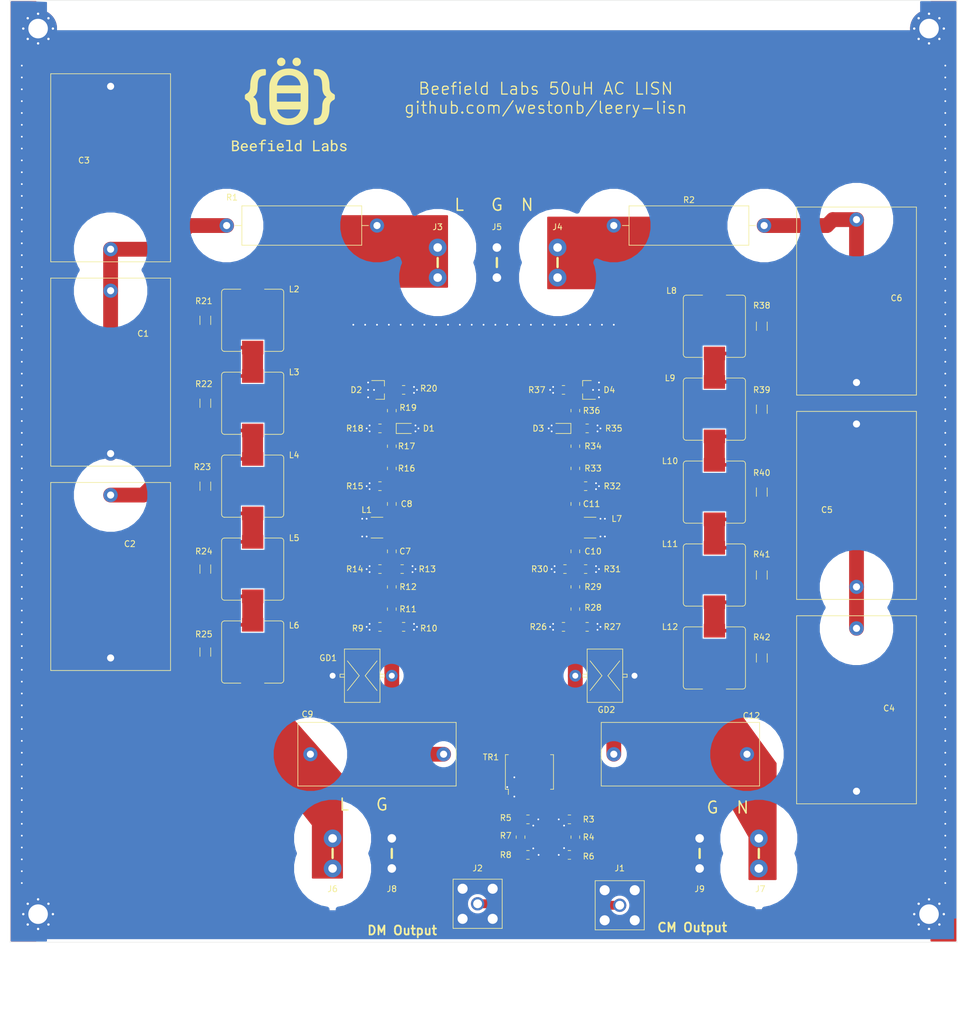
<source format=kicad_pcb>
(kicad_pcb (version 20240108) (generator "pcbnew") (generator_version "8.0")
  (layers (0 "F.Cu" signal) (31 "B.Cu" signal) (34 "B.Paste" user) (35 "F.Paste" user) (36 "B.SilkS" user "B.Silkscreen") (37 "F.SilkS" user "F.Silkscreen") (38 "B.Mask" user) (39 "F.Mask" user) (44 "Edge.Cuts" user))
  (net 0 "")
  (net 1 "GND")
  (net 2 "Net-(C1-Pad1)")
  (net 3 "Net-(C4-Pad1)")
  (net 4 "Net-(C7-Pad2)")
  (net 5 "Net-(C7-Pad1)")
  (net 6 "Net-(C8-Pad1)")
  (net 7 "/SIG1")
  (net 8 "/DUT_LINE")
  (net 9 "Net-(C10-Pad2)")
  (net 10 "Net-(C10-Pad1)")
  (net 11 "Net-(C11-Pad1)")
  (net 12 "/SIG2")
  (net 13 "/DUT_NUT")
  (net 14 "Net-(D1-Pad1)")
  (net 15 "/SIG1_LIM")
  (net 16 "Net-(D3-Pad1)")
  (net 17 "/SIG2_LIM")
  (net 18 "/CM_OUT")
  (net 19 "/DM_OUT")
  (net 20 "/LINE")
  (net 21 "/NEUTRAL")
  (net 22 "Net-(L2-Pad2)")
  (net 23 "Net-(L3-Pad2)")
  (net 24 "Net-(L4-Pad2)")
  (net 25 "Net-(L5-Pad2)")
  (net 26 "Net-(L8-Pad2)")
  (net 27 "Net-(L10-Pad1)")
  (net 28 "Net-(L10-Pad2)")
  (net 29 "Net-(L11-Pad2)")
  (net 30 "Net-(R3-Pad1)")
  (net 31 "Net-(R5-Pad1)")
  (net 32 "Net-(R11-Pad1)")
  (net 33 "Net-(R16-Pad2)")
  (net 34 "Net-(R28-Pad1)")
  (net 35 "Net-(R33-Pad2)")
  (footprint "Capacitor_THT:C_Rect_L31.5mm_W20.0mm_P27.50mm_MKS4" (layer "F.Cu") (at 117 90 -90)
    (property "Reference" "C1")
    (property "Value" "2.7u")
  )
  (footprint "Capacitor_THT:C_Rect_L31.5mm_W20.0mm_P27.50mm_MKS4" (layer "F.Cu") (at 117 124.5 -90)
    (property "Reference" "C2")
    (property "Value" "2.7u")
  )
  (footprint "Capacitor_THT:C_Rect_L31.5mm_W20.0mm_P27.50mm_MKS4" (layer "F.Cu") (at 117 83 90)
    (property "Reference" "C3")
    (property "Value" "2.7u")
  )
  (footprint "Capacitor_THT:C_Rect_L31.5mm_W20.0mm_P27.50mm_MKS4" (layer "F.Cu") (at 243 147 -90)
    (property "Reference" "C4")
    (property "Value" "2.7u")
  )
  (footprint "Capacitor_THT:C_Rect_L31.5mm_W20.0mm_P27.50mm_MKS4" (layer "F.Cu") (at 243 140 90)
    (property "Reference" "C5")
    (property "Value" "2.7u")
  )
  (footprint "Capacitor_THT:C_Rect_L31.5mm_W20.0mm_P27.50mm_MKS4" (layer "F.Cu") (at 243 78 -90)
    (property "Reference" "C6")
    (property "Value" "2.7u")
  )
  (footprint "Capacitor_SMD:C_0805_2012Metric" (layer "F.Cu") (at 164.5 134 -90)
    (property "Reference" "C7")
    (property "Value" "0.47u")
  )
  (footprint "Capacitor_SMD:C_0805_2012Metric" (layer "F.Cu") (at 164.5 126 -90)
    (property "Reference" "C8")
    (property "Value" "0.47u")
  )
  (footprint "Capacitor_THT:C_Rect_L26.5mm_W10.5mm_P22.50mm_MKS4" (layer "F.Cu") (at 150.75 168.25)
    (property "Reference" "C9")
    (property "Value" "0.1u")
  )
  (footprint "Capacitor_SMD:C_0805_2012Metric" (layer "F.Cu") (at 195.5 134 -90)
    (property "Reference" "C10")
    (property "Value" "0.47u")
  )
  (footprint "Capacitor_SMD:C_0805_2012Metric" (layer "F.Cu") (at 195.5 126 -90)
    (property "Reference" "C11")
    (property "Value" "0.47u")
  )
  (footprint "Capacitor_THT:C_Rect_L26.5mm_W10.5mm_P22.50mm_MKS4" (layer "F.Cu") (at 224.5 168.25 180)
    (property "Reference" "C12")
    (property "Value" "0.1u")
  )
  (footprint "Diode_SMD:D_SOD-323" (layer "F.Cu") (at 166.75 113.25)
    (property "Reference" "D1")
    (property "Value" "D_TVS")
  )
  (footprint "Package_TO_SOT_SMD:SOT-23" (layer "F.Cu") (at 162.5 106.75)
    (property "Reference" "D2")
    (property "Value" "BAV23S")
  )
  (footprint "Diode_SMD:D_SOD-323" (layer "F.Cu") (at 193.25 113.25 180)
    (property "Reference" "D3")
    (property "Value" "D_TVS")
  )
  (footprint "Package_TO_SOT_SMD:SOT-23" (layer "F.Cu") (at 197.5 106.75 180)
    (property "Reference" "D4")
    (property "Value" "BAV23S")
  )
  (footprint "wbraun_smd:62409-1" (layer "F.Cu") (at 172.25 85.25 90)
    (property "Reference" "J3")
    (property "Value" "62409-1")
  )
  (footprint "wbraun_smd:62409-1" (layer "F.Cu") (at 192.5 85.25 90)
    (property "Reference" "J4")
    (property "Value" "62409-1")
  )
  (footprint "wbraun_smd:62409-1" (layer "F.Cu") (at 182.25 85.25 90)
    (property "Reference" "J5")
    (property "Value" "62409-1")
  )
  (footprint "wbraun_smd:62409-1" (layer "F.Cu") (at 154.5 185 -90)
    (property "Reference" "J6")
    (property "Value" "62409-1")
  )
  (footprint "wbraun_smd:62409-1" (layer "F.Cu") (at 226.5 185 90)
    (property "Reference" "J7")
    (property "Value" "62409-1")
  )
  (footprint "wbraun_smd:L_BOURNS_PM1812" (layer "F.Cu") (at 162 130 180)
    (property "Reference" "L1")
    (property "Value" "1m")
  )
  (footprint "wbraun_smd:L_WURTH_WE-HCC-1090" (layer "F.Cu") (at 141 95 -90)
    (property "Reference" "L2")
    (property "Value" "10u")
  )
  (footprint "wbraun_smd:L_WURTH_WE-HCC-1090" (layer "F.Cu") (at 141 109 -90)
    (property "Reference" "L3")
    (property "Value" "10u")
  )
  (footprint "wbraun_smd:L_WURTH_WE-HCC-1090" (layer "F.Cu") (at 141 123 -90)
    (property "Reference" "L4")
    (property "Value" "10u")
  )
  (footprint "wbraun_smd:L_WURTH_WE-HCC-1090" (layer "F.Cu") (at 141 137 -90)
    (property "Reference" "L5")
    (property "Value" "10u")
  )
  (footprint "wbraun_smd:L_WURTH_WE-HCC-1090" (layer "F.Cu") (at 141 151 -90)
    (property "Reference" "L6")
    (property "Value" "10u")
  )
  (footprint "wbraun_smd:L_BOURNS_PM1812" (layer "F.Cu") (at 198 130)
    (property "Reference" "L7")
    (property "Value" "1m")
  )
  (footprint "Resistor_THT:R_Axial_Power_L20.0mm_W6.4mm_P25.40mm" (layer "F.Cu") (at 162 79 180)
    (property "Reference" "R1")
    (property "Value" "5")
  )
  (footprint "Resistor_THT:R_Axial_Power_L20.0mm_W6.4mm_P25.40mm" (layer "F.Cu") (at 202 79)
    (property "Reference" "R2")
    (property "Value" "5")
  )
  (footprint "Resistor_SMD:R_0805_2012Metric" (layer "F.Cu") (at 194.5 179.25 180)
    (property "Reference" "R3")
    (property "Value" "50")
  )
  (footprint "Resistor_SMD:R_0805_2012Metric" (layer "F.Cu") (at 195.5 182.25 -90)
    (property "Reference" "R4")
    (property "Value" "0")
  )
  (footprint "Resistor_SMD:R_0805_2012Metric" (layer "F.Cu") (at 187.5 179.25)
    (property "Reference" "R5")
    (property "Value" "DNP")
  )
  (footprint "Resistor_SMD:R_0805_2012Metric" (layer "F.Cu") (at 194.5 185.25 180)
    (property "Reference" "R6")
    (property "Value" "DNP")
  )
  (footprint "Resistor_SMD:R_0805_2012Metric" (layer "F.Cu") (at 186.25 182.25 -90)
    (property "Reference" "R7")
    (property "Value" "0")
  )
  (footprint "Resistor_SMD:R_0805_2012Metric" (layer "F.Cu") (at 187.5 185.25)
    (property "Reference" "R8")
    (property "Value" "DNP")
  )
  (footprint "Resistor_SMD:R_0805_2012Metric" (layer "F.Cu") (at 162.5 146.75 180)
    (property "Reference" "R9")
    (property "Value" "620")
  )
  (footprint "Resistor_SMD:R_0805_2012Metric" (layer "F.Cu") (at 166.5 146.75)
    (property "Reference" "R10")
    (property "Value" "560")
  )
  (footprint "Resistor_SMD:R_0805_2012Metric" (layer "F.Cu") (at 164.5 143.75 -90)
    (property "Reference" "R11")
    (property "Value" "10")
  )
  (footprint "Resistor_SMD:R_0805_2012Metric" (layer "F.Cu") (at 164.5 140 -90)
    (property "Reference" "R12")
    (property "Value" "7.5")
  )
  (footprint "Resistor_SMD:R_0805_2012Metric" (layer "F.Cu") (at 166.25 137)
    (property "Reference" "R13")
    (property "Value" "430")
  )
  (footprint "Resistor_SMD:R_0805_2012Metric" (layer "F.Cu") (at 162.5 137 180)
    (property "Reference" "R14")
    (property "Value" "430")
  )
  (footprint "Resistor_SMD:R_0805_2012Metric" (layer "F.Cu") (at 162.5 123 180)
    (property "Reference" "R15")
    (property "Value" "220")
  )
  (footprint "Resistor_SMD:R_0805_2012Metric" (layer "F.Cu") (at 164.5 120 90)
    (property "Reference" "R16")
    (property "Value" "15")
  )
  (footprint "Resistor_SMD:R_0805_2012Metric" (layer "F.Cu") (at 164.5 116.25 90)
    (property "Reference" "R17")
    (property "Value" "15")
  )
  (footprint "Resistor_SMD:R_0805_2012Metric" (layer "F.Cu") (at 162.5 113.25 180)
    (property "Reference" "R18")
    (property "Value" "127")
  )
  (footprint "Resistor_SMD:R_0805_2012Metric" (layer "F.Cu") (at 164.5 110.25 -90)
    (property "Reference" "R19")
    (property "Value" "12")
  )
  (footprint "Resistor_SMD:R_0805_2012Metric" (layer "F.Cu") (at 166.5 106.75)
    (property "Reference" "R20")
    (property "Value" "430")
  )
  (footprint "Resistor_SMD:R_1206_3216Metric" (layer "F.Cu") (at 133 95 90)
    (property "Reference" "R21")
    (property "Value" "DNP")
  )
  (footprint "Resistor_SMD:R_1206_3216Metric" (layer "F.Cu") (at 133 109 90)
    (property "Reference" "R22")
    (property "Value" "DNP")
  )
  (footprint "Resistor_SMD:R_1206_3216Metric" (layer "F.Cu") (at 133 123 90)
    (property "Reference" "R23")
    (property "Value" "DNP")
  )
  (footprint "Resistor_SMD:R_1206_3216Metric" (layer "F.Cu") (at 133 137 90)
    (property "Reference" "R24")
    (property "Value" "DNP")
  )
  (footprint "Resistor_SMD:R_1206_3216Metric" (layer "F.Cu") (at 133 151 90)
    (property "Reference" "R25")
    (property "Value" "DNP")
  )
  (footprint "Resistor_SMD:R_0805_2012Metric" (layer "F.Cu") (at 193.5 146.75 180)
    (property "Reference" "R26")
    (property "Value" "620")
  )
  (footprint "Resistor_SMD:R_0805_2012Metric" (layer "F.Cu") (at 197.5 146.75)
    (property "Reference" "R27")
    (property "Value" "560")
  )
  (footprint "Resistor_SMD:R_0805_2012Metric" (layer "F.Cu") (at 195.5 143.75 -90)
    (property "Reference" "R28")
    (property "Value" "10")
  )
  (footprint "Resistor_SMD:R_0805_2012Metric" (layer "F.Cu") (at 195.5 140 -90)
    (property "Reference" "R29")
    (property "Value" "7.5")
  )
  (footprint "Resistor_SMD:R_0805_2012Metric" (layer "F.Cu") (at 193.75 137 180)
    (property "Reference" "R30")
    (property "Value" "430")
  )
  (footprint "Resistor_SMD:R_0805_2012Metric" (layer "F.Cu") (at 197.25 137)
    (property "Reference" "R31")
    (property "Value" "430")
  )
  (footprint "Resistor_SMD:R_0805_2012Metric" (layer "F.Cu") (at 197.25 123)
    (property "Reference" "R32")
    (property "Value" "220")
  )
  (footprint "Resistor_SMD:R_0805_2012Metric" (layer "F.Cu") (at 195.5 120 90)
    (property "Reference" "R33")
    (property "Value" "15")
  )
  (footprint "Resistor_SMD:R_0805_2012Metric" (layer "F.Cu") (at 195.5 116.25 90)
    (property "Reference" "R34")
    (property "Value" "15")
  )
  (footprint "Resistor_SMD:R_0805_2012Metric" (layer "F.Cu") (at 197.5 113.25)
    (property "Reference" "R35")
    (property "Value" "127")
  )
  (footprint "Resistor_SMD:R_0805_2012Metric" (layer "F.Cu") (at 195.5 110.25 -90)
    (property "Reference" "R36")
    (property "Value" "12")
  )
  (footprint "Resistor_SMD:R_0805_2012Metric" (layer "F.Cu") (at 193.5 106.75 180)
    (property "Reference" "R37")
    (property "Value" "430")
  )
  (footprint "RF_Mini-Circuits:Mini-Circuits_CD637_H5.23mm" (layer "F.Cu") (at 187.75 171.25 90)
    (property "Reference" "TR1")
    (property "Value" "ADT2-71T+")
  )
  (footprint "wbraun_smd:GDT_Bourns_2045" (layer "F.Cu") (at 159.5 155 180)
    (property "Reference" "GD1")
    (property "Value" "2045-09-BLF")
  )
  (footprint "wbraun_smd:L_WURTH_WE-HCC-1090" (layer "F.Cu") (at 219 138 -90)
    (property "Reference" "L11")
    (property "Value" "10u")
  )
  (footprint "wbraun_smd:L_WURTH_WE-HCC-1090" (layer "F.Cu") (at 219 110 -90)
    (property "Reference" "L9")
    (property "Value" "10u")
  )
  (footprint "wbraun_smd:L_WURTH_WE-HCC-1090" (layer "F.Cu") (at 219 152 -90)
    (property "Reference" "L12")
    (property "Value" "10u")
  )
  (footprint "wbraun_smd:L_WURTH_WE-HCC-1090" (layer "F.Cu") (at 219 124 -90)
    (property "Reference" "L10")
    (property "Value" "10u")
  )
  (footprint "wbraun_smd:L_WURTH_WE-HCC-1090" (layer "F.Cu") (at 219 96 -90)
    (property "Reference" "L8")
    (property "Value" "10u")
  )
  (footprint "Resistor_SMD:R_1206_3216Metric" (layer "F.Cu") (at 227 152 90)
    (property "Reference" "R42")
    (property "Value" "DNP")
  )
  (footprint "Resistor_SMD:R_1206_3216Metric" (layer "F.Cu") (at 227 96 90)
    (property "Reference" "R38")
    (property "Value" "DNP")
  )
  (footprint "Resistor_SMD:R_1206_3216Metric" (layer "F.Cu") (at 227 124 90)
    (property "Reference" "R40")
    (property "Value" "DNP")
  )
  (footprint "Resistor_SMD:R_1206_3216Metric" (layer "F.Cu") (at 227 110 90)
    (property "Reference" "R39")
    (property "Value" "DNP")
  )
  (footprint "Resistor_SMD:R_1206_3216Metric" (layer "F.Cu") (at 227 138 90)
    (property "Reference" "R41")
    (property "Value" "DNP")
  )
  (footprint "wbraun_smd:GDT_Bourns_2045" (layer "F.Cu") (at 200.5 155)
    (property "Reference" "GD2")
    (property "Value" "2045-09-BLF")
  )
  (footprint "Connector_Coaxial:SMA_Amphenol_132203-12_Horizontal" (layer "F.Cu") (at 203 193.75 180)
    (property "Reference" "J1")
    (property "Value" "Conn_Coaxial")
  )
  (footprint "Connector_Coaxial:SMA_Amphenol_132203-12_Horizontal" (layer "F.Cu") (at 179 193.5 180)
    (property "Reference" "J2")
    (property "Value" "Conn_Coaxial")
  )
  (footprint "wbraun_smd:62409-1" (layer "F.Cu") (at 164.5 185 90)
    (property "Reference" "J8")
    (property "Value" "62409-1")
  )
  (footprint "wbraun_smd:62409-1" (layer "F.Cu") (at 216.5 185 90)
    (property "Reference" "J9")
    (property "Value" "62409-1")
  )
  (footprint "wbraun_smd:M3-tight-fit-socket-head" (layer "F.Cu") (at 255.25 195.25)
    (property "Reference" "H1" (hide yes))
    (property "Value" "MountingHole_Pad")
  )
  (footprint "wbraun_smd:M3-tight-fit-socket-head" (layer "F.Cu") (at 104.75 45.75)
    (property "Reference" "H2" (hide yes))
    (property "Value" "MountingHole_Pad")
  )
  (footprint "wbraun_smd:M3-tight-fit-socket-head" (layer "F.Cu") (at 104.75 195.25)
    (property "Reference" "H3" (hide yes))
    (property "Value" "MountingHole_Pad")
  )
  (footprint "wbraun_smd:M3-tight-fit-socket-head" (layer "F.Cu") (at 255.25 45.75)
    (property "Reference" "H4" (hide yes))
    (property "Value" "MountingHole_Pad")
  )
  (footprint "Symbol:Symbol_Highvoltage_Type2_CopperTop_Small" (layer "F.Cu") (at 122.25 182.75)
    (property "Reference" "REF**" (hide yes))
    (property "Value" "Symbol_Highvoltage_Type2_CopperTop_Small")
  )
  (footprint "wbraun_smd:Beefield_logo" (layer "F.Cu") (at 147.25 58.5)
    (property "Reference" "G***" (hide yes))
    (property "Value" "LOGO" (hide yes))
  )
  (gr_line (start 260 41) (end 260 200) (stroke (width 0.05)) (layer "Edge.Cuts"))
  (gr_line (start 100 41) (end 260 41) (stroke (width 0.05)) (layer "Edge.Cuts"))
  (gr_line (start 100 200) (end 100 41) (stroke (width 0.05)) (layer "Edge.Cuts"))
  (gr_line (start 100 200) (end 260 200) (stroke (width 0.05)) (layer "Edge.Cuts"))
  (gr_text "DM Output" (at 166.25 198 0) (layer "F.SilkS") (effects (font (size 1.5 1.5) (thickness 0.3))))
  (gr_text "G  N" (at 221.25 177.25 0) (layer "F.SilkS") (effects (font (size 2 2) (thickness 0.25))))
  (gr_text "L   G " (at 160.5 176.75 0) (layer "F.SilkS") (effects (font (size 2 2) (thickness 0.25))))
  (gr_text "CM Output" (at 215.25 197.5 0) (layer "F.SilkS") (effects (font (size 1.5 1.5) (thickness 0.3))))
  (gr_text "Beefield Labs 50uH AC LISN\ngithub.com/westonb/leery-lisn" (at 190.5 57.5 0) (layer "F.SilkS") (effects (font (size 2 2) (thickness 0.2))))
  (gr_text "L   G  N" (at 181.75 75.5 0) (layer "F.SilkS") (effects (font (size 2 2) (thickness 0.25))))
  (segment (start 185.21 173.79) (end 185.21 175.39) (width 0.6) (layer "F.Cu") (net 1))
  (segment (start 193.5875 185.25) (end 192.7 185.25) (width 0.6) (layer "F.Cu") (net 1))
  (segment (start 193.5875 184.1125) (end 193.6 184.1) (width 0.6) (layer "F.Cu") (net 1))
  (segment (start 184.01 173.79) (end 184 173.8) (width 0.6) (layer "F.Cu") (net 1))
  (segment (start 185.21 172.16) (end 185.2 172.15) (width 0.6) (layer "F.Cu") (net 1))
  (segment (start 193.5875 179.25) (end 192.7 179.25) (width 0.6) (layer "F.Cu") (net 1))
  (segment (start 193.5875 185.25) (end 193.5875 184.1125) (width 0.6) (layer "F.Cu") (net 1))
  (segment (start 188.4125 185.25) (end 188.4125 184.1625) (width 0.6) (layer "F.Cu") (net 1))
  (segment (start 193.5875 179.25) (end 193.5875 180.2875) (width 0.6) (layer "F.Cu") (net 1))
  (segment (start 185.21 173.79) (end 185.21 172.16) (width 0.6) (layer "F.Cu") (net 1))
  (segment (start 188.4125 179.25) (end 189.25 179.25) (width 0.6) (layer "F.Cu") (net 1))
  (segment (start 185.21 173.79) (end 184.01 173.79) (width 0.6) (layer "F.Cu") (net 1))
  (segment (start 185.21 175.39) (end 185.2 175.4) (width 0.6) (layer "F.Cu") (net 1))
  (segment (start 188.4125 180.2875) (end 188.4 180.3) (width 0.6) (layer "F.Cu") (net 1))
  (segment (start 193.5875 180.2875) (end 193.6 180.3) (width 0.6) (layer "F.Cu") (net 1))
  (segment (start 188.4125 185.25) (end 189.3 185.25) (width 0.6) (layer "F.Cu") (net 1))
  (segment (start 188.4125 179.25) (end 188.4125 180.2875) (width 0.6) (layer "F.Cu") (net 1))
  (segment (start 188.4125 184.1625) (end 188.4 184.15) (width 0.6) (layer "F.Cu") (net 1))
  (via (at 102 188) (size 0.6) (drill 0.3) (layers "F.Cu" "B.Cu") (net 1))
  (via (at 102 186) (size 0.6) (drill 0.3) (layers "F.Cu" "B.Cu") (net 1))
  (via (at 102 184) (size 0.6) (drill 0.3) (layers "F.Cu" "B.Cu") (net 1))
  (via (at 102 182) (size 0.6) (drill 0.3) (layers "F.Cu" "B.Cu") (net 1))
  (via (at 102 180) (size 0.6) (drill 0.3) (layers "F.Cu" "B.Cu") (net 1))
  (via (at 102 178) (size 0.6) (drill 0.3) (layers "F.Cu" "B.Cu") (net 1))
  (via (at 102 176) (size 0.6) (drill 0.3) (layers "F.Cu" "B.Cu") (net 1))
  (via (at 102 174) (size 0.6) (drill 0.3) (layers "F.Cu" "B.Cu") (net 1))
  (via (at 102 172) (size 0.6) (drill 0.3) (layers "F.Cu" "B.Cu") (net 1))
  (via (at 102 170) (size 0.6) (drill 0.3) (layers "F.Cu" "B.Cu") (net 1))
  (via (at 102 168) (size 0.6) (drill 0.3) (layers "F.Cu" "B.Cu") (net 1))
  (via (at 102 166) (size 0.6) (drill 0.3) (layers "F.Cu" "B.Cu") (net 1))
  (via (at 102 164) (size 0.6) (drill 0.3) (layers "F.Cu" "B.Cu") (net 1))
  (via (at 102 162) (size 0.6) (drill 0.3) (layers "F.Cu" "B.Cu") (net 1))
  (via (at 102 160) (size 0.6) (drill 0.3) (layers "F.Cu" "B.Cu") (net 1))
  (via (at 102 158) (size 0.6) (drill 0.3) (layers "F.Cu" "B.Cu") (net 1))
  (via (at 102 156) (size 0.6) (drill 0.3) (layers "F.Cu" "B.Cu") (net 1))
  (via (at 102 154) (size 0.6) (drill 0.3) (layers "F.Cu" "B.Cu") (net 1))
  (via (at 102 152) (size 0.6) (drill 0.3) (layers "F.Cu" "B.Cu") (net 1))
  (via (at 102 150) (size 0.6) (drill 0.3) (layers "F.Cu" "B.Cu") (net 1))
  (via (at 102 148) (size 0.6) (drill 0.3) (layers "F.Cu" "B.Cu") (net 1))
  (via (at 102 146) (size 0.6) (drill 0.3) (layers "F.Cu" "B.Cu") (net 1))
  (via (at 102 144) (size 0.6) (drill 0.3) (layers "F.Cu" "B.Cu") (net 1))
  (via (at 102 142) (size 0.6) (drill 0.3) (layers "F.Cu" "B.Cu") (net 1))
  (via (at 102 140) (size 0.6) (drill 0.3) (layers "F.Cu" "B.Cu") (net 1))
  (via (at 102 138) (size 0.6) (drill 0.3) (layers "F.Cu" "B.Cu") (net 1))
  (via (at 102 136) (size 0.6) (drill 0.3) (layers "F.Cu" "B.Cu") (net 1))
  (via (at 102 134) (size 0.6) (drill 0.3) (layers "F.Cu" "B.Cu") (net 1))
  (via (at 102 132) (size 0.6) (drill 0.3) (layers "F.Cu" "B.Cu") (net 1))
  (via (at 102 130) (size 0.6) (drill 0.3) (layers "F.Cu" "B.Cu") (net 1))
  (via (at 102 128) (size 0.6) (drill 0.3) (layers "F.Cu" "B.Cu") (net 1))
  (via (at 102 126) (size 0.6) (drill 0.3) (layers "F.Cu" "B.Cu") (net 1))
  (via (at 102 124) (size 0.6) (drill 0.3) (layers "F.Cu" "B.Cu") (net 1))
  (via (at 102 122) (size 0.6) (drill 0.3) (layers "F.Cu" "B.Cu") (net 1))
  (via (at 102 120) (size 0.6) (drill 0.3) (layers "F.Cu" "B.Cu") (net 1))
  (via (at 102 118) (size 0.6) (drill 0.3) (layers "F.Cu" "B.Cu") (net 1))
  (via (at 102 116) (size 0.6) (drill 0.3) (layers "F.Cu" "B.Cu") (net 1))
  (via (at 102 114) (size 0.6) (drill 0.3) (layers "F.Cu" "B.Cu") (net 1))
  (via (at 102 112) (size 0.6) (drill 0.3) (layers "F.Cu" "B.Cu") (net 1))
  (via (at 102 110) (size 0.6) (drill 0.3) (layers "F.Cu" "B.Cu") (net 1))
  (via (at 102 108) (size 0.6) (drill 0.3) (layers "F.Cu" "B.Cu") (net 1))
  (via (at 102 106) (size 0.6) (drill 0.3) (layers "F.Cu" "B.Cu") (net 1))
  (via (at 102 104) (size 0.6) (drill 0.3) (layers "F.Cu" "B.Cu") (net 1))
  (via (at 102 102) (size 0.6) (drill 0.3) (layers "F.Cu" "B.Cu") (net 1))
  (via (at 102 100) (size 0.6) (drill 0.3) (layers "F.Cu" "B.Cu") (net 1))
  (via (at 102 98) (size 0.6) (drill 0.3) (layers "F.Cu" "B.Cu") (net 1))
  (via (at 102 96) (size 0.6) (drill 0.3) (layers "F.Cu" "B.Cu") (net 1))
  (via (at 102 94) (size 0.6) (drill 0.3) (layers "F.Cu" "B.Cu") (net 1))
  (via (at 102 92) (size 0.6) (drill 0.3) (layers "F.Cu" "B.Cu") (net 1))
  (via (at 102 90) (size 0.6) (drill 0.3) (layers "F.Cu" "B.Cu") (net 1))
  (via (at 102 88) (size 0.6) (drill 0.3) (layers "F.Cu" "B.Cu") (net 1))
  (via (at 102 86) (size 0.6) (drill 0.3) (layers "F.Cu" "B.Cu") (net 1))
  (via (at 102 84) (size 0.6) (drill 0.3) (layers "F.Cu" "B.Cu") (net 1))
  (via (at 102 82) (size 0.6) (drill 0.3) (layers "F.Cu" "B.Cu") (net 1))
  (via (at 102 80) (size 0.6) (drill 0.3) (layers "F.Cu" "B.Cu") (net 1))
  (via (at 102 78) (size 0.6) (drill 0.3) (layers "F.Cu" "B.Cu") (net 1))
  (via (at 102 76) (size 0.6) (drill 0.3) (layers "F.Cu" "B.Cu") (net 1))
  (via (at 102 74) (size 0.6) (drill 0.3) (layers "F.Cu" "B.Cu") (net 1))
  (via (at 102 72) (size 0.6) (drill 0.3) (layers "F.Cu" "B.Cu") (net 1))
  (via (at 102 70) (size 0.6) (drill 0.3) (layers "F.Cu" "B.Cu") (net 1))
  (via (at 102 68) (size 0.6) (drill 0.3) (layers "F.Cu" "B.Cu") (net 1))
  (via (at 102 66) (size 0.6) (drill 0.3) (layers "F.Cu" "B.Cu") (net 1))
  (via (at 102 64) (size 0.6) (drill 0.3) (layers "F.Cu" "B.Cu") (net 1))
  (via (at 102 62) (size 0.6) (drill 0.3) (layers "F.Cu" "B.Cu") (net 1))
  (via (at 102 60) (size 0.6) (drill 0.3) (layers "F.Cu" "B.Cu") (net 1))
  (via (at 102 58) (size 0.6) (drill 0.3) (layers "F.Cu" "B.Cu") (net 1))
  (via (at 102 56) (size 0.6) (drill 0.3) (layers "F.Cu" "B.Cu") (net 1))
  (via (at 102 54) (size 0.6) (drill 0.3) (layers "F.Cu" "B.Cu") (net 1))
  (via (at 102 52) (size 0.6) (drill 0.3) (layers "F.Cu" "B.Cu") (net 1))
  (via (at 258 188) (size 0.6) (drill 0.3) (layers "F.Cu" "B.Cu") (net 1))
  (via (at 258 186) (size 0.6) (drill 0.3) (layers "F.Cu" "B.Cu") (net 1))
  (via (at 258 184) (size 0.6) (drill 0.3) (layers "F.Cu" "B.Cu") (net 1))
  (via (at 258 182) (size 0.6) (drill 0.3) (layers "F.Cu" "B.Cu") (net 1))
  (via (at 258 180) (size 0.6) (drill 0.3) (layers "F.Cu" "B.Cu") (net 1))
  (via (at 258 178) (size 0.6) (drill 0.3) (layers "F.Cu" "B.Cu") (net 1))
  (via (at 258 176) (size 0.6) (drill 0.3) (layers "F.Cu" "B.Cu") (net 1))
  (via (at 258 174) (size 0.6) (drill 0.3) (layers "F.Cu" "B.Cu") (net 1))
  (via (at 258 172) (size 0.6) (drill 0.3) (layers "F.Cu" "B.Cu") (net 1))
  (via (at 258 170) (size 0.6) (drill 0.3) (layers "F.Cu" "B.Cu") (net 1))
  (via (at 258 168) (size 0.6) (drill 0.3) (layers "F.Cu" "B.Cu") (net 1))
  (via (at 258 166) (size 0.6) (drill 0.3) (layers "F.Cu" "B.Cu") (net 1))
  (via (at 258 164) (size 0.6) (drill 0.3) (layers "F.Cu" "B.Cu") (net 1))
  (via (at 258 162) (size 0.6) (drill 0.3) (layers "F.Cu" "B.Cu") (net 1))
  (via (at 258 160) (size 0.6) (drill 0.3) (layers "F.Cu" "B.Cu") (net 1))
  (via (at 258 158) (size 0.6) (drill 0.3) (layers "F.Cu" "B.Cu") (net 1))
  (via (at 258 156) (size 0.6) (drill 0.3) (layers "F.Cu" "B.Cu") (net 1))
  (via (at 258 154) (size 0.6) (drill 0.3) (layers "F.Cu" "B.Cu") (net 1))
  (via (at 258 152) (size 0.6) (drill 0.3) (layers "F.Cu" "B.Cu") (net 1))
  (via (at 258 150) (size 0.6) (drill 0.3) (layers "F.Cu" "B.Cu") (net 1))
  (via (at 258 148) (size 0.6) (drill 0.3) (layers "F.Cu" "B.Cu") (net 1))
  (via (at 258 146) (size 0.6) (drill 0.3) (layers "F.Cu" "B.Cu") (net 1))
  (via (at 258 144) (size 0.6) (drill 0.3) (layers "F.Cu" "B.Cu") (net 1))
  (via (at 258 142) (size 0.6) (drill 0.3) (layers "F.Cu" "B.Cu") (net 1))
  (via (at 258 140) (size 0.6) (drill 0.3) (layers "F.Cu" "B.Cu") (net 1))
  (via (at 258 138) (size 0.6) (drill 0.3) (layers "F.Cu" "B.Cu") (net 1))
  (via (at 258 136) (size 0.6) (drill 0.3) (layers "F.Cu" "B.Cu") (net 1))
  (via (at 258 134) (size 0.6) (drill 0.3) (layers "F.Cu" "B.Cu") (net 1))
  (via (at 258 132) (size 0.6) (drill 0.3) (layers "F.Cu" "B.Cu") (net 1))
  (via (at 258 130) (size 0.6) (drill 0.3) (layers "F.Cu" "B.Cu") (net 1))
  (via (at 258 128) (size 0.6) (drill 0.3) (layers "F.Cu" "B.Cu") (net 1))
  (via (at 258 126) (size 0.6) (drill 0.3) (layers "F.Cu" "B.Cu") (net 1))
  (via (at 258 124) (size 0.6) (drill 0.3) (layers "F.Cu" "B.Cu") (net 1))
  (via (at 258 122) (size 0.6) (drill 0.3) (layers "F.Cu" "B.Cu") (net 1))
  (via (at 258 120) (size 0.6) (drill 0.3) (layers "F.Cu" "B.Cu") (net 1))
  (via (at 258 118) (size 0.6) (drill 0.3) (layers "F.Cu" "B.Cu") (net 1))
  (via (at 258 116) (size 0.6) (drill 0.3) (layers "F.Cu" "B.Cu") (net 1))
  (via (at 258 114) (size 0.6) (drill 0.3) (layers "F.Cu" "B.Cu") (net 1))
  (via (at 258 112) (size 0.6) (drill 0.3) (layers "F.Cu" "B.Cu") (net 1))
  (via (at 258 110) (size 0.6) (drill 0.3) (layers "F.Cu" "B.Cu") (net 1))
  (via (at 258 108) (size 0.6) (drill 0.3) (layers "F.Cu" "B.Cu") (net 1))
  (via (at 258 106) (size 0.6) (drill 0.3) (layers "F.Cu" "B.Cu") (net 1))
  (via (at 258 104) (size 0.6) (drill 0.3) (layers "F.Cu" "B.Cu") (net 1))
  (via (at 258 102) (size 0.6) (drill 0.3) (layers "F.Cu" "B.Cu") (net 1))
  (via (at 258 100) (size 0.6) (drill 0.3) (layers "F.Cu" "B.Cu") (net 1))
  (via (at 258 98) (size 0.6) (drill 0.3) (layers "F.Cu" "B.Cu") (net 1))
  (via (at 258 96) (size 0.6) (drill 0.3) (layers "F.Cu" "B.Cu") (net 1))
  (via (at 258 94) (size 0.6) (drill 0.3) (layers "F.Cu" "B.Cu") (net 1))
  (via (at 258 92) (size 0.6) (drill 0.3) (layers "F.Cu" "B.Cu") (net 1))
  (via (at 258 90) (size 0.6) (drill 0.3) (layers "F.Cu" "B.Cu") (net 1))
  (via (at 258 88) (size 0.6) (drill 0.3) (layers "F.Cu" "B.Cu") (net 1))
  (via (at 258 86) (size 0.6) (drill 0.3) (layers "F.Cu" "B.Cu") (net 1))
  (via (at 258 84) (size 0.6) (drill 0.3) (layers "F.Cu" "B.Cu") (net 1))
  (via (at 258 82) (size 0.6) (drill 0.3) (layers "F.Cu" "B.Cu") (net 1))
  (via (at 258 80) (size 0.6) (drill 0.3) (layers "F.Cu" "B.Cu") (net 1))
  (via (at 258 78) (size 0.6) (drill 0.3) (layers "F.Cu" "B.Cu") (net 1))
  (via (at 258 76) (size 0.6) (drill 0.3) (layers "F.Cu" "B.Cu") (net 1))
  (via (at 258 74) (size 0.6) (drill 0.3) (layers "F.Cu" "B.Cu") (net 1))
  (via (at 258 72) (size 0.6) (drill 0.3) (layers "F.Cu" "B.Cu") (net 1))
  (via (at 258 70) (size 0.6) (drill 0.3) (layers "F.Cu" "B.Cu") (net 1))
  (via (at 258 68) (size 0.6) (drill 0.3) (layers "F.Cu" "B.Cu") (net 1))
  (via (at 258 66) (size 0.6) (drill 0.3) (layers "F.Cu" "B.Cu") (net 1))
  (via (at 258 64) (size 0.6) (drill 0.3) (layers "F.Cu" "B.Cu") (net 1))
  (via (at 258 62) (size 0.6) (drill 0.3) (layers "F.Cu" "B.Cu") (net 1))
  (via (at 258 60) (size 0.6) (drill 0.3) (layers "F.Cu" "B.Cu") (net 1))
  (via (at 258 58) (size 0.6) (drill 0.3) (layers "F.Cu" "B.Cu") (net 1))
  (via (at 258 56) (size 0.6) (drill 0.3) (layers "F.Cu" "B.Cu") (net 1))
  (via (at 258 54) (size 0.6) (drill 0.3) (layers "F.Cu" "B.Cu") (net 1))
  (via (at 258 52) (size 0.6) (drill 0.3) (layers "F.Cu" "B.Cu") (net 1))
  (via (at 160 95.75) (size 0.6) (drill 0.3) (layers "F.Cu" "B.Cu") (net 1))
  (via (at 162 95.75) (size 0.6) (drill 0.3) (layers "F.Cu" "B.Cu") (net 1))
  (via (at 164 95.75) (size 0.6) (drill 0.3) (layers "F.Cu" "B.Cu") (net 1))
  (via (at 166 95.75) (size 0.6) (drill 0.3) (layers "F.Cu" "B.Cu") (net 1))
  (via (at 168 95.75) (size 0.6) (drill 0.3) (layers "F.Cu" "B.Cu") (net 1))
  (via (at 170 95.75) (size 0.6) (drill 0.3) (layers "F.Cu" "B.Cu") (net 1))
  (via (at 172 95.75) (size 0.6) (drill 0.3) (layers "F.Cu" "B.Cu") (net 1))
  (via (at 174 95.75) (size 0.6) (drill 0.3) (layers "F.Cu" "B.Cu") (net 1))
  (via (at 176 95.75) (size 0.6) (drill 0.3) (layers "F.Cu" "B.Cu") (net 1))
  (via (at 178 95.75) (size 0.6) (drill 0.3) (layers "F.Cu" "B.Cu") (net 1))
  (via (at 180 95.75) (size 0.6) (drill 0.3) (layers "F.Cu" "B.Cu") (net 1))
  (via (at 182 95.75) (size 0.6) (drill 0.3) (layers "F.Cu" "B.Cu") (net 1))
  (via (at 184 95.75) (size 0.6) (drill 0.3) (layers "F.Cu" "B.Cu") (net 1))
  (via (at 186 95.75) (size 0.6) (drill 0.3) (layers "F.Cu" "B.Cu") (net 1))
  (via (at 188 95.75) (size 0.6) (drill 0.3) (layers "F.Cu" "B.Cu") (net 1))
  (via (at 190 95.75) (size 0.6) (drill 0.3) (layers "F.Cu" "B.Cu") (net 1))
  (via (at 192 95.75) (size 0.6) (drill 0.3) (layers "F.Cu" "B.Cu") (net 1))
  (via (at 194 95.75) (size 0.6) (drill 0.3) (layers "F.Cu" "B.Cu") (net 1))
  (via (at 196 95.75) (size 0.6) (drill 0.3) (layers "F.Cu" "B.Cu") (net 1))
  (via (at 198 95.75) (size 0.6) (drill 0.3) (layers "F.Cu" "B.Cu") (net 1))
  (via (at 200 95.75) (size 0.6) (drill 0.3) (layers "F.Cu" "B.Cu") (net 1))
  (via (at 168.25 107.25) (size 0.6) (drill 0.3) (layers "F.Cu" "B.Cu") (net 1))
  (via (at 193.6 180.3) (size 0.6) (drill 0.3) (layers "F.Cu" "B.Cu") (net 1))
  (via (at 200.5 131.5) (size 0.6) (drill 0.3) (layers "F.Cu" "B.Cu") (net 1))
  (via (at 199.5 108) (size 0.6) (drill 0.3) (layers "F.Cu" "B.Cu") (net 1))
  (via (at 199.5 105.5) (size 0.6) (drill 0.3) (layers "F.Cu" "B.Cu") (net 1))
  (via (at 199.5 123) (size 0.6) (drill 0.3) (layers "F.Cu" "B.Cu") (net 1))
  (via (at 161.5 106.75) (size 0.6) (drill 0.3) (layers "F.Cu" "B.Cu") (net 1))
  (via (at 159.5 128.5) (size 0.6) (drill 0.3) (layers "F.Cu" "B.Cu") (net 1))
  (via (at 168.25 106.25) (size 0.6) (drill 0.3) (layers "F.Cu" "B.Cu") (net 1))
  (via (at 192 136.5) (size 0.6) (drill 0.3) (layers "F.Cu" "B.Cu") (net 1))
  (via (at 160.25 123) (size 0.6) (drill 0.3) (layers "F.Cu" "B.Cu") (net 1))
  (via (at 160.75 112.75) (size 0.6) (drill 0.3) (layers "F.Cu" "B.Cu") (net 1))
  (via (at 192.7 185.25) (size 0.6) (drill 0.3) (layers "F.Cu" "B.Cu") (net 1))
  (via (at 191.25 106.75) (size 0.6) (drill 0.3) (layers "F.Cu" "B.Cu") (net 1))
  (via (at 191.5 113.75) (size 0.6) (drill 0.3) (layers "F.Cu" "B.Cu") (net 1))
  (via (at 199.5 106.75) (size 0.6) (drill 0.3) (layers "F.Cu" "B.Cu") (net 1))
  (via (at 158 95.75) (size 0.6) (drill 0.3) (layers "F.Cu" "B.Cu") (net 1))
  (via (at 199 122.5) (size 0.6) (drill 0.3) (layers "F.Cu" "B.Cu") (net 1))
  (via (at 160.75 137.5) (size 0.6) (drill 0.3) (layers "F.Cu" "B.Cu") (net 1))
  (via (at 160.75 122.5) (size 0.6) (drill 0.3) (layers "F.Cu" "B.Cu") (net 1))
  (via (at 188.4 184.15) (size 0.6) (drill 0.3) (layers "F.Cu" "B.Cu") (net 1))
  (via (at 160.75 123.5) (size 0.6) (drill 0.3) (layers "F.Cu" "B.Cu") (net 1))
  (via (at 191.75 147.25) (size 0.6) (drill 0.3) (layers "F.Cu" "B.Cu") (net 1))
  (via (at 193.6 184.1) (size 0.6) (drill 0.3) (layers "F.Cu" "B.Cu") (net 1))
  (via (at 191.75 107.25) (size 0.6) (drill 0.3) (layers "F.Cu" "B.Cu") (net 1))
  (via (at 168.5 113.75) (size 0.6) (drill 0.3) (layers "F.Cu" "B.Cu") (net 1))
  (via (at 160.25 146.75) (size 0.6) (drill 0.3) (layers "F.Cu" "B.Cu") (net 1))
  (via (at 199.25 146.25) (size 0.6) (drill 0.3) (layers "F.Cu" "B.Cu") (net 1))
  (via (at 199 136.5) (size 0.6) (drill 0.3) (layers "F.Cu" "B.Cu") (net 1))
  (via (at 199 137.5) (size 0.6) (drill 0.3) (layers "F.Cu" "B.Cu") (net 1))
  (via (at 199.5 137) (size 0.6) (drill 0.3) (layers "F.Cu" "B.Cu") (net 1))
  (via (at 168.25 147.25) (size 0.6) (drill 0.3) (layers "F.Cu" "B.Cu") (net 1))
  (via (at 192.7 179.25) (size 0.6) (drill 0.3) (layers "F.Cu" "B.Cu") (net 1))
  (via (at 160.25 131.5) (size 0.6) (drill 0.3) (layers "F.Cu" "B.Cu") (net 1))
  (via (at 199.75 113.25) (size 0.6) (drill 0.3) (layers "F.Cu" "B.Cu") (net 1))
  (via (at 191.5 137) (size 0.6) (drill 0.3) (layers "F.Cu" "B.Cu") (net 1))
  (via (at 191.5 112.75) (size 0.6) (drill 0.3) (layers "F.Cu" "B.Cu") (net 1))
  (via (at 160.25 128.5) (size 0.6) (drill 0.3) (layers "F.Cu" "B.Cu") (net 1))
  (via (at 189.25 179.25) (size 0.6) (drill 0.3) (layers "F.Cu" "B.Cu") (net 1))
  (via (at 102 190) (size 0.6) (drill 0.3) (layers "F.Cu" "B.Cu") (net 1))
  (via (at 198.5 106.75) (size 0.6) (drill 0.3) (layers "F.Cu" "B.Cu") (net 1))
  (via (at 199.75 146.75) (size 0.6) (drill 0.3) (layers "F.Cu" "B.Cu") (net 1))
  (via (at 160.25 113.25) (size 0.6) (drill 0.3) (layers "F.Cu" "B.Cu") (net 1))
  (via (at 258 190) (size 0.6) (drill 0.3) (layers "F.Cu" "B.Cu") (net 1))
  (via (at 185.2 175.4) (size 0.6) (drill 0.3) (layers "F.Cu" "B.Cu") (net 1))
  (via (at 192 137.5) (size 0.6) (drill 0.3) (layers "F.Cu" "B.Cu") (net 1))
  (via (at 168 137.5) (size 0.6) (drill 0.3) (layers "F.Cu" "B.Cu") (net 1))
  (via (at 199.25 112.75) (size 0.6) (drill 0.3) (layers "F.Cu" "B.Cu") (net 1))
  (via (at 160.75 136.5) (size 0.6) (drill 0.3) (layers "F.Cu" "B.Cu") (net 1))
  (via (at 189.3 185.25) (size 0.6) (drill 0.3) (layers "F.Cu" "B.Cu") (net 1))
  (via (at 202 95.75) (size 0.6) (drill 0.3) (layers "F.Cu" "B.Cu") (net 1))
  (via (at 199.75 131.5) (size 0.6) (drill 0.3) (layers "F.Cu" "B.Cu") (net 1))
  (via (at 159.5 131.5) (size 0.6) (drill 0.3) (layers "F.Cu" "B.Cu") (net 1))
  (via (at 160.5 108) (size 0.6) (drill 0.3) (layers "F.Cu" "B.Cu") (net 1))
  (via (at 168.75 106.75) (size 0.6) (drill 0.3) (layers "F.Cu" "B.Cu") (net 1))
  (via (at 160.75 146.25) (size 0.6) (drill 0.3) (layers "F.Cu" "B.Cu") (net 1))
  (via (at 168 136.5) (size 0.6) (drill 0.3) (layers "F.Cu" "B.Cu") (net 1))
  (via (at 168.75 146.75) (size 0.6) (drill 0.3) (layers "F.Cu" "B.Cu") (net 1))
  (via (at 199.25 147.25) (size 0.6) (drill 0.3) (layers "F.Cu" "B.Cu") (net 1))
  (via (at 188.4 180.3) (size 0.6) (drill 0.3) (layers "F.Cu" "B.Cu") (net 1))
  (via (at 168.25 146.25) (size 0.6) (drill 0.3) (layers "F.Cu" "B.Cu") (net 1))
  (via (at 191.25 146.75) (size 0.6) (drill 0.3) (layers "F.Cu" "B.Cu") (net 1))
  (via (at 160.75 113.75) (size 0.6) (drill 0.3) (layers "F.Cu" "B.Cu") (net 1))
  (via (at 185.2 172.15) (size 0.6) (drill 0.3) (layers "F.Cu" "B.Cu") (net 1))
  (via (at 199 123.5) (size 0.6) (drill 0.3) (layers "F.Cu" "B.Cu") (net 1))
  (via (at 160.75 147.25) (size 0.6) (drill 0.3) (layers "F.Cu" "B.Cu") (net 1))
  (via (at 191.75 146.25) (size 0.6) (drill 0.3) (layers "F.Cu" "B.Cu") (net 1))
  (via (at 199.25 113.75) (size 0.6) (drill 0.3) (layers "F.Cu" "B.Cu") (net 1))
  (via (at 160.5 106.75) (size 0.6) (drill 0.3) (layers "F.Cu" "B.Cu") (net 1))
  (via (at 168.5 137) (size 0.6) (drill 0.3) (layers "F.Cu" "B.Cu") (net 1))
  (via (at 184 173.8) (size 0.6) (drill 0.3) (layers "F.Cu" "B.Cu") (net 1))
  (via (at 191 113.25) (size 0.6) (drill 0.3) (layers "F.Cu" "B.Cu") (net 1))
  (via (at 199.75 128.5) (size 0.6) (drill 0.3) (layers "F.Cu" "B.Cu") (net 1))
  (via (at 191.75 106.25) (size 0.6) (drill 0.3) (layers "F.Cu" "B.Cu") (net 1))
  (via (at 200.5 128.5) (size 0.6) (drill 0.3) (layers "F.Cu" "B.Cu") (net 1))
  (via (at 160.5 105.5) (size 0.6) (drill 0.3) (layers "F.Cu" "B.Cu") (net 1))
  (via (at 168.5 112.75) (size 0.6) (drill 0.3) (layers "F.Cu" "B.Cu") (net 1))
  (via (at 160.25 137) (size 0.6) (drill 0.3) (layers "F.Cu" "B.Cu") (net 1))
  (via (at 169 113.25) (size 0.6) (drill 0.3) (layers "F.Cu" "B.Cu") (net 1))
  (segment (start 122.5 124.5) (end 117 124.5) (width 2.5) (layer "F.Cu") (net 2))
  (segment (start 126.25 83) (end 130.25 79) (width 2.5) (layer "F.Cu") (net 2))
  (segment (start 125.5 121.5) (end 122.5 124.5) (width 2.5) (layer "F.Cu") (net 2))
  (segment (start 117 90) (end 117 102.5) (width 2.5) (layer "F.Cu") (net 2))
  (segment (start 130.25 79) (end 136.6 79) (width 2.5) (layer "F.Cu") (net 2))
  (segment (start 117 83) (end 126.25 83) (width 2.5) (layer "F.Cu") (net 2))
  (segment (start 125.5 111) (end 125.5 121.5) (width 2.5) (layer "F.Cu") (net 2))
  (segment (start 117 83) (end 117 90) (width 2.5) (layer "F.Cu") (net 2))
  (segment (start 117 102.5) (end 125.5 111) (width 2.5) (layer "F.Cu") (net 2))
  (segment (start 243 122.75) (end 234.5 114.25) (width 2.5) (layer "F.Cu") (net 3))
  (segment (start 239 78) (end 243 78) (width 2.5) (layer "F.Cu") (net 3))
  (segment (start 243 84.75) (end 243 78) (width 2.5) (layer "F.Cu") (net 3))
  (segment (start 243 147) (end 243 140) (width 2.5) (layer "F.Cu") (net 3))
  (segment (start 243 92.5) (end 243 84.75) (width 2.5) (layer "F.Cu") (net 3))
  (segment (start 234.5 114.25) (end 234.5 101) (width 2.5) (layer "F.Cu") (net 3))
  (segment (start 227.4 79) (end 238 79) (width 2.5) (layer "F.Cu") (net 3))
  (segment (start 243 140) (end 243 122.75) (width 2.5) (layer "F.Cu") (net 3))
  (segment (start 238 79) (end 239 78) (width 2.5) (layer "F.Cu") (net 3))
  (segment (start 234.5 101) (end 243 92.5) (width 2.5) (layer "F.Cu") (net 3))
  (segment (start 164.5 155) (end 164.5 145.75) (width 2.5) (layer "F.Cu") (net 7))
  (segment (start 164.5 163) (end 169.75 168.25) (width 2.5) (layer "F.Cu") (net 7))
  (segment (start 164.5 155) (end 164.5 163) (width 2.5) (layer "F.Cu") (net 7))
  (segment (start 169.75 168.25) (end 173.25 168.25) (width 2.5) (layer "F.Cu") (net 7))
  (segment (start 133 152.4625) (end 135.4625 152.4625) (width 0.6) (layer "F.Cu") (net 8))
  (segment (start 135.4625 152.4625) (end 138.6 155.6) (width 0.6) (layer "F.Cu") (net 8))
  (segment (start 138.6 155.6) (end 141 155.6) (width 0.6) (layer "F.Cu") (net 8))
  (segment (start 195.5 155) (end 195.5 145.25) (width 2.5) (layer "F.Cu") (net 12))
  (segment (start 202 163.75) (end 202 168.25) (width 2.5) (layer "F.Cu") (net 12))
  (segment (start 195.5 157.25) (end 202 163.75) (width 2.5) (layer "F.Cu") (net 12))
  (segment (start 195.5 155) (end 195.5 157.25) (width 2.5) (layer "F.Cu") (net 12))
  (segment (start 224.5375 153.4625) (end 221.4 156.6) (width 0.6) (layer "F.Cu") (net 13))
  (segment (start 227 153.4625) (end 224.5375 153.4625) (width 0.6) (layer "F.Cu") (net 13))
  (segment (start 221.4 156.6) (end 219 156.6) (width 0.6) (layer "F.Cu") (net 13))
  (segment (start 164.5 102.5) (end 164.5 109.3375) (width 0.6) (layer "F.Cu") (net 15))
  (segment (start 164.5 102.5) (end 164.5 107) (width 2.5) (layer "F.Cu") (net 15))
  (segment (start 185.21 168.71) (end 185.21 166.54) (width 1.5) (layer "F.Cu") (net 15))
  (segment (start 185.21 166.54) (end 185.21 166.21) (width 2.5) (layer "F.Cu") (net 15))
  (segment (start 174.75 155.75) (end 174.75 102.25) (width 2.5) (layer "F.Cu") (net 15))
  (segment (start 174.75 102.25) (end 173.5 101) (width 2.5) (layer "F.Cu") (net 15))
  (segment (start 165.5875 106.75) (end 165 106.75) (width 0.24) (layer "F.Cu") (net 15))
  (segment (start 185.21 166.21) (end 174.75 155.75) (width 2.5) (layer "F.Cu") (net 15))
  (segment (start 166 101) (end 164.5 102.5) (width 2.5) (layer "F.Cu") (net 15))
  (segment (start 173.5 101) (end 166 101) (width 2.5) (layer "F.Cu") (net 15))
  (segment (start 195.5 102.5) (end 195.5 103) (width 0.6) (layer "F.Cu") (net 17))
  (segment (start 190.25 162.5) (end 185.25 157.5) (width 2.5) (layer "F.Cu") (net 17))
  (segment (start 186.5 101.25) (end 194.25 101.25) (width 2.5) (layer "F.Cu") (net 17))
  (segment (start 185.25 157.5) (end 185.25 102.5) (width 2.5) (layer "F.Cu") (net 17))
  (segment (start 190.29 168.71) (end 190.29 167.29) (width 1.5) (layer "F.Cu") (net 17))
  (segment (start 185.25 102.5) (end 186.5 101.25) (width 2.5) (layer "F.Cu") (net 17))
  (segment (start 194.25 101.25) (end 195.5 102.5) (width 2.5) (layer "F.Cu") (net 17))
  (segment (start 195.5 103) (end 195.5 109.3375) (width 0.6) (layer "F.Cu") (net 17))
  (segment (start 195.5 103) (end 195.5 106.75) (width 2.5) (layer "F.Cu") (net 17))
  (segment (start 190.25 167.25) (end 190.25 162.5) (width 2.5) (layer "F.Cu") (net 17))
  (segment (start 197.75 193.75) (end 203 193.75) (width 1.5) (layer "F.Cu") (net 18))
  (segment (start 195.5 191.5) (end 197.75 193.75) (width 1.5) (layer "F.Cu") (net 18))
  (segment (start 195.5 183.1625) (end 195.5 191.5) (width 1.5) (layer "F.Cu") (net 18))
  (segment (start 186.25 191.5) (end 184.25 193.5) (width 1.5) (layer "F.Cu") (net 19))
  (segment (start 186.25 183.1625) (end 186.25 191.5) (width 1.5) (layer "F.Cu") (net 19))
  (segment (start 184.25 193.5) (end 179 193.5) (width 1.5) (layer "F.Cu") (net 19))
  (segment (start 162 79) (end 165.75 82.75) (width 2.5) (layer "F.Cu") (net 20))
  (segment (start 165.75 82.75) (end 172.21 82.75) (width 2.5) (layer "F.Cu") (net 20))
  (segment (start 134.9625 93.5375) (end 138.1 90.4) (width 0.6) (layer "F.Cu") (net 20))
  (segment (start 138.1 90.4) (end 141 90.4) (width 0.6) (layer "F.Cu") (net 20))
  (segment (start 133 93.5375) (end 134.9625 93.5375) (width 0.6) (layer "F.Cu") (net 20))
  (segment (start 172.21 82.75) (end 172.25 82.71) (width 2.5) (layer "F.Cu") (net 20))
  (segment (start 224.5375 94.5375) (end 221.4 91.4) (width 0.6) (layer "F.Cu") (net 21))
  (segment (start 221.4 91.4) (end 219 91.4) (width 0.6) (layer "F.Cu") (net 21))
  (segment (start 198.29 82.71) (end 202 79) (width 2.5) (layer "F.Cu") (net 21))
  (segment (start 227 94.5375) (end 224.5375 94.5375) (width 0.6) (layer "F.Cu") (net 21))
  (segment (start 192.5 82.71) (end 198.29 82.71) (width 2.5) (layer "F.Cu") (net 21))
  (segment (start 133 96.4625) (end 134.9625 96.4625) (width 0.6) (layer "F.Cu") (net 22))
  (segment (start 133 107.5375) (end 135.2125 107.5375) (width 0.6) (layer "F.Cu") (net 22))
  (segment (start 135.2125 107.5375) (end 138.35 104.4) (width 0.6) (layer "F.Cu") (net 22))
  (segment (start 138.1 99.6) (end 141 99.6) (width 0.6) (layer "F.Cu") (net 22))
  (segment (start 134.9625 96.4625) (end 138.1 99.6) (width 0.6) (layer "F.Cu") (net 22))
  (segment (start 138.35 104.4) (end 141 104.4) (width 0.6) (layer "F.Cu") (net 22))
  (segment (start 138.35 118.4) (end 141 118.4) (width 0.6) (layer "F.Cu") (net 23))
  (segment (start 135.2125 121.5375) (end 138.35 118.4) (width 0.6) (layer "F.Cu") (net 23))
  (segment (start 141 113.6) (end 138.35 113.6) (width 0.6) (layer "F.Cu") (net 23))
  (segment (start 133 121.5375) (end 135.2125 121.5375) (width 0.6) (layer "F.Cu") (net 23))
  (segment (start 135.2125 110.4625) (end 133 110.4625) (width 0.6) (layer "F.Cu") (net 23))
  (segment (start 138.35 113.6) (end 135.2125 110.4625) (width 0.6) (layer "F.Cu") (net 23))
  (segment (start 141 127.6) (end 138.35 127.6) (width 0.6) (layer "F.Cu") (net 24))
  (segment (start 135.2125 135.5375) (end 138.35 132.4) (width 0.6) (layer "F.Cu") (net 24))
  (segment (start 135.2125 124.4625) (end 133 124.4625) (width 0.6) (layer "F.Cu") (net 24))
  (segment (start 133 135.5375) (end 135.2125 135.5375) (width 0.6) (layer "F.Cu") (net 24))
  (segment (start 138.35 127.6) (end 135.2125 124.4625) (width 0.6) (layer "F.Cu") (net 24))
  (segment (start 138.35 132.4) (end 141 132.4) (width 0.6) (layer "F.Cu") (net 24))
  (segment (start 133 138.4625) (end 135.2125 138.4625) (width 0.6) (layer "F.Cu") (net 25))
  (segment (start 135.2125 138.4625) (end 138.35 141.6) (width 0.6) (layer "F.Cu") (net 25))
  (segment (start 133 149.5375) (end 135.4625 149.5375) (width 0.6) (layer "F.Cu") (net 25))
  (segment (start 138.6 146.4) (end 141 146.4) (width 0.6) (layer "F.Cu") (net 25))
  (segment (start 135.4625 149.5375) (end 138.6 146.4) (width 0.6) (layer "F.Cu") (net 25))
  (segment (start 138.35 141.6) (end 141 141.6) (width 0.6) (layer "F.Cu") (net 25))
  (segment (start 221.65 100.6) (end 224.7875 97.4625) (width 0.6) (layer "F.Cu") (net 26))
  (segment (start 224.7875 97.4625) (end 227 97.4625) (width 0.6) (layer "F.Cu") (net 26))
  (segment (start 227 108.5375) (end 224.5375 108.5375) (width 0.6) (layer "F.Cu") (net 26))
  (segment (start 224.5375 108.5375) (end 221.4 105.4) (width 0.6) (layer "F.Cu") (net 26))
  (segment (start 219 100.6) (end 221.65 100.6) (width 0.6) (layer "F.Cu") (net 26))
  (segment (start 221.4 105.4) (end 219 105.4) (width 0.6) (layer "F.Cu") (net 26))
  (segment (start 224.7875 111.4625) (end 227 111.4625) (width 0.6) (layer "F.Cu") (net 27))
  (segment (start 219 114.6) (end 221.65 114.6) (width 0.6) (layer "F.Cu") (net 27))
  (segment (start 221.4 119.4) (end 224.5375 122.5375) (width 0.6) (layer "F.Cu") (net 27))
  (segment (start 224.5375 122.5375) (end 227 122.5375) (width 0.6) (layer "F.Cu") (net 27))
  (segment (start 219 119.4) (end 221.4 119.4) (width 0.6) (layer "F.Cu") (net 27))
  (segment (start 221.65 114.6) (end 224.7875 111.4625) (width 0.6) (layer "F.Cu") (net 27))
  (segment (start 221.4 128.6) (end 224.5375 125.4625) (width 0.6) (layer "F.Cu") (net 28))
  (segment (start 219 128.6) (end 221.4 128.6) (width 0.6) (layer "F.Cu") (net 28))
  (segment (start 224.5375 125.4625) (end 227 125.4625) (width 0.6) (layer "F.Cu") (net 28))
  (segment (start 221.65 133.4) (end 224.7875 136.5375) (width 0.6) (layer "F.Cu") (net 28))
  (segment (start 224.7875 136.5375) (end 227 136.5375) (width 0.6) (layer "F.Cu") (net 28))
  (segment (start 219 133.4) (end 221.65 133.4) (width 0.6) (layer "F.Cu") (net 28))
  (segment (start 224.5375 139.4625) (end 221.4 142.6) (width 0.6) (layer "F.Cu") (net 29))
  (segment (start 221.65 147.4) (end 224.7875 150.5375) (width 0.6) (layer "F.Cu") (net 29))
  (segment (start 219 147.4) (end 221.65 147.4) (width 0.6) (layer "F.Cu") (net 29))
  (segment (start 227 139.4625) (end 224.5375 139.4625) (width 0.6) (layer "F.Cu") (net 29))
  (segment (start 221.4 142.6) (end 219 142.6) (width 0.6) (layer "F.Cu") (net 29))
  (segment (start 224.7875 150.5375) (end 227 150.5375) (width 0.6) (layer "F.Cu") (net 29))
  (segment (start 187.75 168.71) (end 187.75 170.75) (width 1.5) (layer "F.Cu") (net 30))
  (segment (start 193.5 171.25) (end 195.4125 173.1625) (width 1.5) (layer "F.Cu") (net 30))
  (segment (start 188.25 171.25) (end 193.5 171.25) (width 1.5) (layer "F.Cu") (net 30))
  (segment (start 195.5 173.25) (end 193.5 171.25) (width 1.5) (layer "F.Cu") (net 30))
  (segment (start 187.75 170.75) (end 188.25 171.25) (width 1.5) (layer "F.Cu") (net 30))
  (segment (start 195.5 181.3375) (end 195.5 173.25) (width 1.5) (layer "F.Cu") (net 30))
  (segment (start 186.25 177.25) (end 186.25 181.3375) (width 1.5) (layer "F.Cu") (net 31))
  (segment (start 190.29 175.96) (end 189.5 176.75) (width 1.5) (layer "F.Cu") (net 31))
  (segment (start 189.5 176.75) (end 186.75 176.75) (width 1.5) (layer "F.Cu") (net 31))
  (segment (start 186.75 176.75) (end 186.25 177.25) (width 1.5) (layer "F.Cu") (net 31))
  (segment (start 190.29 173.79) (end 190.29 175.96) (width 1.5) (layer "F.Cu") (net 31))
  (zone (net 1) (net_name "GND") (layer "F.Cu") (connect_pads yes (clearance 0.1)) (min_thickness 0.254) (fill yes (thermal_gap 0.508) (thermal_bridge_width 0.508))
    (polygon (pts (xy 202.75 96.25) (xy 157.5 96.25) (xy 157.5 95.25) (xy 202.75 95.25)))
  )
  (zone (net 1) (net_name "GND") (layer "F.Cu") (connect_pads yes (clearance 0.1)) (min_thickness 0.254) (fill yes (thermal_gap 0.508) (thermal_bridge_width 0.508))
    (polygon (pts (xy 260 200) (xy 255.5 200) (xy 255.5 41) (xy 260 41)))
  )
  (zone (net 1) (net_name "GND") (layer "F.Cu") (connect_pads yes (clearance 0.1)) (min_thickness 0.254) (fill yes (thermal_gap 0.508) (thermal_bridge_width 0.508))
    (polygon (pts (xy 104.5 200) (xy 100 200) (xy 100 41) (xy 104.5 41)))
  )
  (zone (net 1) (net_name "GND") (layer "F.Cu") (connect_pads yes (clearance 0.3)) (min_thickness 0.3) (fill yes (thermal_gap 0.508) (thermal_bridge_width 0.508))
    (polygon (pts (xy 160.75 132) (xy 159 132) (xy 159 128) (xy 160.75 128)))
  )
  (zone (net 1) (net_name "GND") (layer "F.Cu") (connect_pads yes (clearance 0.3)) (min_thickness 0.3) (fill yes (thermal_gap 0.508) (thermal_bridge_width 0.508))
    (polygon (pts (xy 162 108.5) (xy 159.75 108.5) (xy 159.75 105) (xy 162 105)))
  )
  (zone (net 1) (net_name "GND") (layer "F.Cu") (connect_pads yes (clearance 0.3)) (min_thickness 0.3) (fill yes (thermal_gap 0.508) (thermal_bridge_width 0.508))
    (polygon (pts (xy 201 132) (xy 199.25 132) (xy 199.25 128) (xy 201 128)))
  )
  (zone (net 1) (net_name "GND") (layer "F.Cu") (connect_pads yes (clearance 0.3)) (min_thickness 0.3) (fill yes (thermal_gap 0.508) (thermal_bridge_width 0.508))
    (polygon (pts (xy 200.25 108.5) (xy 198 108.5) (xy 198 105) (xy 200.25 105)))
  )
  (zone (net 8) (net_name "/DUT_LINE") (layer "F.Cu") (connect_pads yes (clearance 3)) (min_thickness 0.3) (fill yes (thermal_gap 0.508) (thermal_bridge_width 0.508))
    (polygon (pts (xy 143 156.75) (xy 156.25 171.75) (xy 156.25 189.25) (xy 151 189.25) (xy 151 180.25) (xy 139.125 165.25) (xy 139.25 154.25) (xy 143 154.25)))
  )
  (zone (net 13) (net_name "/DUT_NUT") (layer "F.Cu") (connect_pads yes (clearance 3)) (min_thickness 0.3) (fill yes (thermal_gap 0.508) (thermal_bridge_width 0.508))
    (polygon (pts (xy 220.75 157.75) (xy 229.5 169.75) (xy 229.5 189.5) (xy 224.75 189.5) (xy 224.75 182.25) (xy 217.25 169.25) (xy 217.25 155.5) (xy 220.75 155.5)))
  )
  (zone (net 21) (net_name "/NEUTRAL") (layer "F.Cu") (connect_pads yes (clearance 3)) (min_thickness 0.3) (fill yes (thermal_gap 0.508) (thermal_bridge_width 0.508))
    (polygon (pts (xy 220.75 92.5) (xy 213 92.5) (xy 209 89.75) (xy 190.75 89.75) (xy 190.75 77.5) (xy 220.75 77.5)))
  )
  (zone (net 20) (net_name "/LINE") (layer "F.Cu") (connect_pads yes (clearance 3)) (min_thickness 0.3) (fill yes (thermal_gap 0.508) (thermal_bridge_width 0.508))
    (polygon (pts (xy 174 89.5) (xy 149.125 89.5) (xy 146.875 91.75) (xy 139 91.75) (xy 139 88.75) (xy 153.25 77.25) (xy 174 77.25)))
  )
  (zone (net 15) (net_name "/SIG1_LIM") (layer "F.Cu") (connect_pads yes (clearance 0.3)) (min_thickness 0.3) (fill yes (thermal_gap 0.508) (thermal_bridge_width 0.508))
    (polygon (pts (xy 166 109.75) (xy 163 109.75) (xy 163 104.5) (xy 166 104.5)))
  )
  (zone (net 1) (net_name "GND") (layer "F.Cu") (connect_pads yes (clearance 0.3)) (min_thickness 0.3) (fill yes (thermal_gap 0.508) (thermal_bridge_width 0.508))
    (polygon (pts (xy 169.25 107.75) (xy 166.75 107.75) (xy 166.75 105.75) (xy 169.25 105.75)))
  )
  (zone (net 1) (net_name "GND") (layer "F.Cu") (connect_pads yes (clearance 0.3)) (min_thickness 0.3) (fill yes (thermal_gap 0.508) (thermal_bridge_width 0.508))
    (polygon (pts (xy 193 107.75) (xy 190.5 107.75) (xy 190.5 105.75) (xy 193 105.75)))
  )
  (zone (net 22) (net_name "Net-(L2-Pad2)") (layer "F.Cu") (priority 1) (connect_pads yes (clearance 0.3)) (min_thickness 0.3) (fill yes (thermal_gap 0.508) (thermal_bridge_width 0.508))
    (polygon (pts (xy 142.75 105.5) (xy 139.25 105.5) (xy 139.25 98.5) (xy 142.75 98.5)))
  )
  (zone (net 23) (net_name "Net-(L3-Pad2)") (layer "F.Cu") (priority 1) (connect_pads yes (clearance 0.3)) (min_thickness 0.3) (fill yes (thermal_gap 0.508) (thermal_bridge_width 0.508))
    (polygon (pts (xy 142.75 119.5) (xy 139.25 119.5) (xy 139.25 112.5) (xy 142.75 112.5)))
  )
  (zone (net 24) (net_name "Net-(L4-Pad2)") (layer "F.Cu") (priority 1) (connect_pads yes (clearance 0.3)) (min_thickness 0.3) (fill yes (thermal_gap 0.508) (thermal_bridge_width 0.508))
    (polygon (pts (xy 142.75 133.5) (xy 139.25 133.5) (xy 139.25 126.5) (xy 142.75 126.5)))
  )
  (zone (net 25) (net_name "Net-(L5-Pad2)") (layer "F.Cu") (priority 1) (connect_pads yes (clearance 0.3)) (min_thickness 0.3) (fill yes (thermal_gap 0.508) (thermal_bridge_width 0.508))
    (polygon (pts (xy 142.75 147.5) (xy 139.25 147.5) (xy 139.25 140.5) (xy 142.75 140.5)))
  )
  (zone (net 26) (net_name "Net-(L8-Pad2)") (layer "F.Cu") (priority 1) (connect_pads yes (clearance 0.3)) (min_thickness 0.3) (fill yes (thermal_gap 0.508) (thermal_bridge_width 0.508))
    (polygon (pts (xy 220.75 106.5) (xy 217.25 106.5) (xy 217.25 99.5) (xy 220.75 99.5)))
  )
  (zone (net 27) (net_name "Net-(L10-Pad1)") (layer "F.Cu") (priority 1) (connect_pads yes (clearance 0.3)) (min_thickness 0.3) (fill yes (thermal_gap 0.508) (thermal_bridge_width 0.508))
    (polygon (pts (xy 220.75 120.5) (xy 217.25 120.5) (xy 217.25 113.5) (xy 220.75 113.5)))
  )
  (zone (net 28) (net_name "Net-(L10-Pad2)") (layer "F.Cu") (priority 1) (connect_pads yes (clearance 0.3)) (min_thickness 0.3) (fill yes (thermal_gap 0.508) (thermal_bridge_width 0.508))
    (polygon (pts (xy 220.75 134.5) (xy 217.25 134.5) (xy 217.25 127.5) (xy 220.75 127.5)))
  )
  (zone (net 29) (net_name "Net-(L11-Pad2)") (layer "F.Cu") (priority 1) (connect_pads yes (clearance 0.3)) (min_thickness 0.3) (fill yes (thermal_gap 0.508) (thermal_bridge_width 0.508))
    (polygon (pts (xy 220.75 148.5) (xy 217.25 148.5) (xy 217.25 141.5) (xy 220.75 141.5)))
  )
  (zone (net 1) (net_name "GND") (layer "F.Cu") (connect_pads yes (clearance 0.3)) (min_thickness 0.3) (fill yes (thermal_gap 0.508) (thermal_bridge_width 0.508))
    (polygon (pts (xy 192.5 114.25) (xy 190.25 114.25) (xy 190.25 112.25) (xy 192.5 112.25)))
  )
  (zone (net 1) (net_name "GND") (layer "F.Cu") (connect_pads yes (clearance 0.3)) (min_thickness 0.3) (fill yes (thermal_gap 0.508) (thermal_bridge_width 0.508))
    (polygon (pts (xy 200.25 114.25) (xy 198 114.25) (xy 198 112.25) (xy 200.25 112.25)))
  )
  (zone (net 1) (net_name "GND") (layer "F.Cu") (connect_pads yes (clearance 0.3)) (min_thickness 0.3) (fill yes (thermal_gap 0.508) (thermal_bridge_width 0.508))
    (polygon (pts (xy 200 124) (xy 197.75 124) (xy 197.75 122) (xy 200 122)))
  )
  (zone (net 1) (net_name "GND") (layer "F.Cu") (connect_pads yes (clearance 0.3)) (min_thickness 0.3) (fill yes (thermal_gap 0.508) (thermal_bridge_width 0.508))
    (polygon (pts (xy 193.25 138) (xy 191 138) (xy 191 136) (xy 193.25 136)))
  )
  (zone (net 1) (net_name "GND") (layer "F.Cu") (connect_pads yes (clearance 0.3)) (min_thickness 0.3) (fill yes (thermal_gap 0.508) (thermal_bridge_width 0.508))
    (polygon (pts (xy 200 138) (xy 197.75 138) (xy 197.75 136) (xy 200 136)))
  )
  (zone (net 1) (net_name "GND") (layer "F.Cu") (connect_pads yes (clearance 0.3)) (min_thickness 0.3) (fill yes (thermal_gap 0.508) (thermal_bridge_width 0.508))
    (polygon (pts (xy 193 147.75) (xy 190.75 147.75) (xy 190.75 145.75) (xy 193 145.75)))
  )
  (zone (net 1) (net_name "GND") (layer "F.Cu") (connect_pads yes (clearance 0.3)) (min_thickness 0.3) (fill yes (thermal_gap 0.508) (thermal_bridge_width 0.508))
    (polygon (pts (xy 200.25 147.75) (xy 198 147.75) (xy 198 145.75) (xy 200.25 145.75)))
  )
  (zone (net 1) (net_name "GND") (layer "F.Cu") (connect_pads yes (clearance 0.3)) (min_thickness 0.3) (fill yes (thermal_gap 0.508) (thermal_bridge_width 0.508))
    (polygon (pts (xy 162 114.25) (xy 159.75 114.25) (xy 159.75 112.25) (xy 162 112.25)))
  )
  (zone (net 1) (net_name "GND") (layer "F.Cu") (connect_pads yes (clearance 0.3)) (min_thickness 0.3) (fill yes (thermal_gap 0.508) (thermal_bridge_width 0.508))
    (polygon (pts (xy 169.75 114.25) (xy 167.5 114.25) (xy 167.5 112.25) (xy 169.75 112.25)))
  )
  (zone (net 1) (net_name "GND") (layer "F.Cu") (connect_pads yes (clearance 0.3)) (min_thickness 0.3) (fill yes (thermal_gap 0.508) (thermal_bridge_width 0.508))
    (polygon (pts (xy 162 124) (xy 159.75 124) (xy 159.75 122) (xy 162 122)))
  )
  (zone (net 1) (net_name "GND") (layer "F.Cu") (connect_pads yes (clearance 0.3)) (min_thickness 0.3) (fill yes (thermal_gap 0.508) (thermal_bridge_width 0.508))
    (polygon (pts (xy 162 138) (xy 159.75 138) (xy 159.75 136) (xy 162 136)))
  )
  (zone (net 1) (net_name "GND") (layer "F.Cu") (connect_pads yes (clearance 0.3)) (min_thickness 0.3) (fill yes (thermal_gap 0.508) (thermal_bridge_width 0.508))
    (polygon (pts (xy 169 138) (xy 166.75 138) (xy 166.75 136) (xy 169 136)))
  )
  (zone (net 1) (net_name "GND") (layer "F.Cu") (connect_pads yes (clearance 0.3)) (min_thickness 0.3) (fill yes (thermal_gap 0.508) (thermal_bridge_width 0.508))
    (polygon (pts (xy 162 147.75) (xy 159.75 147.75) (xy 159.75 145.75) (xy 162 145.75)))
  )
  (zone (net 1) (net_name "GND") (layer "F.Cu") (connect_pads yes (clearance 0.3)) (min_thickness 0.3) (fill yes (thermal_gap 0.508) (thermal_bridge_width 0.508))
    (polygon (pts (xy 169.25 147.75) (xy 167 147.75) (xy 167 145.75) (xy 169.25 145.75)))
  )
  (zone (net 14) (net_name "Net-(D1-Pad1)") (layer "F.Cu") (connect_pads yes (clearance 0.3)) (min_thickness 0.3) (fill yes (thermal_gap 0.508) (thermal_bridge_width 0.508))
    (polygon (pts (xy 166 115.75) (xy 163 115.75) (xy 163 110.75) (xy 166 110.75)))
  )
  (zone (net 33) (net_name "Net-(R16-Pad2)") (layer "F.Cu") (connect_pads yes (clearance 0.3)) (min_thickness 0.3) (fill yes (thermal_gap 0.508) (thermal_bridge_width 0.508))
    (polygon (pts (xy 166 119.5) (xy 163 119.5) (xy 163 116.75) (xy 166 116.75)))
  )
  (zone (net 6) (net_name "Net-(C8-Pad1)") (layer "F.Cu") (connect_pads yes (clearance 0.3)) (min_thickness 0.3) (fill yes (thermal_gap 0.508) (thermal_bridge_width 0.508))
    (polygon (pts (xy 166 125.5) (xy 163 125.5) (xy 163 120.5) (xy 166 120.5)))
  )
  (zone (net 5) (net_name "Net-(C7-Pad1)") (layer "F.Cu") (connect_pads yes (clearance 0.3)) (min_thickness 0.3) (fill yes (thermal_gap 0.508) (thermal_bridge_width 0.508))
    (polygon (pts (xy 166 133.5) (xy 163 133.5) (xy 163 126.5) (xy 166 126.5)))
  )
  (zone (net 4) (net_name "Net-(C7-Pad2)") (layer "F.Cu") (connect_pads yes (clearance 0.3)) (min_thickness 0.3) (fill yes (thermal_gap 0.508) (thermal_bridge_width 0.508))
    (polygon (pts (xy 166 139.5) (xy 163 139.5) (xy 163 134.5) (xy 166 134.5)))
  )
  (zone (net 32) (net_name "Net-(R11-Pad1)") (layer "F.Cu") (connect_pads yes (clearance 0.3)) (min_thickness 0.3) (fill yes (thermal_gap 0.508) (thermal_bridge_width 0.508))
    (polygon (pts (xy 166 143.25) (xy 163 143.25) (xy 163 140.5) (xy 166 140.5)))
  )
  (zone (net 7) (net_name "/SIG1") (layer "F.Cu") (connect_pads yes (clearance 0.3)) (min_thickness 0.3) (fill yes (thermal_gap 0.508) (thermal_bridge_width 0.508))
    (polygon (pts (xy 166 147.5) (xy 163 147.5) (xy 163 144.25) (xy 166 144.25)))
  )
  (zone (net 17) (net_name "/SIG2_LIM") (layer "F.Cu") (connect_pads yes (clearance 0.3)) (min_thickness 0.3) (fill yes (thermal_gap 0.508) (thermal_bridge_width 0.508))
    (polygon (pts (xy 197 109.75) (xy 194 109.75) (xy 194 104.5) (xy 197 104.5)))
  )
  (zone (net 16) (net_name "Net-(D3-Pad1)") (layer "F.Cu") (connect_pads yes (clearance 0.3)) (min_thickness 0.3) (fill yes (thermal_gap 0.508) (thermal_bridge_width 0.508))
    (polygon (pts (xy 197 115.75) (xy 194 115.75) (xy 194 110.75) (xy 197 110.75)))
  )
  (zone (net 35) (net_name "Net-(R33-Pad2)") (layer "F.Cu") (connect_pads yes (clearance 0.3)) (min_thickness 0.3) (fill yes (thermal_gap 0.508) (thermal_bridge_width 0.508))
    (polygon (pts (xy 197 119.5) (xy 194 119.5) (xy 194 116.5) (xy 197 116.5)))
  )
  (zone (net 11) (net_name "Net-(C11-Pad1)") (layer "F.Cu") (connect_pads yes (clearance 0.3)) (min_thickness 0.3) (fill yes (thermal_gap 0.508) (thermal_bridge_width 0.508))
    (polygon (pts (xy 197 125.5) (xy 194 125.5) (xy 194 120.5) (xy 197 120.5)))
  )
  (zone (net 10) (net_name "Net-(C10-Pad1)") (layer "F.Cu") (connect_pads yes (clearance 0.3)) (min_thickness 0.3) (fill yes (thermal_gap 0.508) (thermal_bridge_width 0.508))
    (polygon (pts (xy 197 133.5) (xy 194 133.5) (xy 194 126.5) (xy 197 126.5)))
  )
  (zone (net 9) (net_name "Net-(C10-Pad2)") (layer "F.Cu") (connect_pads yes (clearance 0.3)) (min_thickness 0.3) (fill yes (thermal_gap 0.508) (thermal_bridge_width 0.508))
    (polygon (pts (xy 197 139.5) (xy 194 139.5) (xy 194 134.5) (xy 197 134.5)))
  )
  (zone (net 34) (net_name "Net-(R28-Pad1)") (layer "F.Cu") (connect_pads yes (clearance 0.3)) (min_thickness 0.3) (fill yes (thermal_gap 0.508) (thermal_bridge_width 0.508))
    (polygon (pts (xy 197 143) (xy 194 143) (xy 194 140.5) (xy 197 140.5)))
  )
  (zone (net 12) (net_name "/SIG2") (layer "F.Cu") (connect_pads yes (clearance 0.3)) (min_thickness 0.3) (fill yes (thermal_gap 0.508) (thermal_bridge_width 0.508))
    (polygon (pts (xy 197 147.5) (xy 194 147.5) (xy 194 143.75) (xy 197 143.75)))
  )
  (zone (net 0) (net_name "") (layer "B.Cu") (connect_pads yes (clearance 0)) (min_thickness 0.3)
    (keepout (tracks allowed) (vias allowed) (pads allowed) (copperpour not_allowed) (footprints allowed))
    (fill (thermal_gap 0.508) (thermal_bridge_width 0.508))
    (polygon (pts (xy 143 119.75) (xy 139 119.75) (xy 139 112.25) (xy 143 112.25)))
  )
  (zone (net 1) (net_name "GND") (layer "B.Cu") (connect_pads yes (clearance 1)) (min_thickness 1) (fill yes (thermal_gap 0.508) (thermal_bridge_width 2))
    (polygon (pts (xy 209.5 175.25) (xy 167.75 175.25) (xy 157 156.5) (xy 157 144.5) (xy 209.5 144.5)))
  )
  (zone (net 1) (net_name "GND") (layer "B.Cu") (connect_pads yes (clearance 0.5)) (min_thickness 0.254) (fill yes (thermal_gap 0.508) (thermal_bridge_width 0.508))
    (polygon (pts (xy 209.8125 194.5) (xy 260 194.25) (xy 260 200) (xy 100 200) (xy 100 194.5) (xy 171 194.625) (xy 170.875 185.8125) (xy 209.6875 185.84375)))
  )
  (zone (net 1) (net_name "GND") (layer "B.Cu") (connect_pads yes (clearance 0.1)) (min_thickness 0.254) (fill yes (thermal_gap 0.508) (thermal_bridge_width 0.508))
    (polygon (pts (xy 260 196) (xy 253.75 196) (xy 253.75 41) (xy 260 41)))
  )
  (zone (net 1) (net_name "GND") (layer "B.Cu") (connect_pads yes (clearance 0.1)) (min_thickness 0.254) (fill yes (thermal_gap 0.508) (thermal_bridge_width 0.508))
    (polygon (pts (xy 106.25 200.25) (xy 100 200) (xy 100 41) (xy 106.25 41.25)))
  )
  (zone (net 1) (net_name "GND") (layer "B.Cu") (connect_pads yes (clearance 5)) (min_thickness 1) (fill yes (thermal_gap 0.508) (thermal_bridge_width 2))
    (polygon (pts (xy 260 200) (xy 100 200) (xy 100 41) (xy 260 41)))
  )
  (zone (net 0) (net_name "") (layer "B.Cu") (connect_pads yes (clearance 0)) (min_thickness 0.3)
    (keepout (tracks allowed) (vias allowed) (pads allowed) (copperpour not_allowed) (footprints allowed))
    (fill (thermal_gap 0.508) (thermal_bridge_width 0.508))
    (polygon (pts (xy 143 133.75) (xy 139 133.75) (xy 139 126.25) (xy 143 126.25)))
  )
  (zone (net 0) (net_name "") (layer "B.Cu") (connect_pads yes (clearance 0)) (min_thickness 0.3)
    (keepout (tracks allowed) (vias allowed) (pads allowed) (copperpour not_allowed) (footprints allowed))
    (fill (thermal_gap 0.508) (thermal_bridge_width 0.508))
    (polygon (pts (xy 221 134.75) (xy 217 134.75) (xy 217 127.25) (xy 221 127.25)))
  )
  (zone (net 0) (net_name "") (layer "B.Cu") (connect_pads yes (clearance 0)) (min_thickness 0.3)
    (keepout (tracks allowed) (vias allowed) (pads allowed) (copperpour not_allowed) (footprints allowed))
    (fill (thermal_gap 0.508) (thermal_bridge_width 0.508))
    (polygon (pts (xy 221 148.75) (xy 217 148.75) (xy 217 141.25) (xy 221 141.25)))
  )
  (zone (net 0) (net_name "") (layer "B.Cu") (connect_pads yes (clearance 0)) (min_thickness 0.3)
    (keepout (tracks allowed) (vias allowed) (pads allowed) (copperpour not_allowed) (footprints allowed))
    (fill (thermal_gap 0.508) (thermal_bridge_width 0.508))
    (polygon (pts (xy 221 120.75) (xy 217 120.75) (xy 217 113.25) (xy 221 113.25)))
  )
  (zone (net 0) (net_name "") (layer "B.Cu") (connect_pads yes (clearance 0)) (min_thickness 0.3)
    (keepout (tracks allowed) (vias allowed) (pads allowed) (copperpour not_allowed) (footprints allowed))
    (fill (thermal_gap 0.508) (thermal_bridge_width 0.508))
    (polygon (pts (xy 143 105.75) (xy 139 105.75) (xy 139 98.25) (xy 143 98.25)))
  )
  (zone (net 0) (net_name "") (layer "B.Cu") (connect_pads yes (clearance 0)) (min_thickness 0.3)
    (keepout (tracks allowed) (vias allowed) (pads allowed) (copperpour not_allowed) (footprints allowed))
    (fill (thermal_gap 0.508) (thermal_bridge_width 0.508))
    (polygon (pts (xy 143 147.75) (xy 139 147.75) (xy 139 140.25) (xy 143 140.25)))
  )
  (zone (net 0) (net_name "") (layer "B.Cu") (connect_pads yes (clearance 0)) (min_thickness 0.3)
    (keepout (tracks allowed) (vias allowed) (pads allowed) (copperpour not_allowed) (footprints allowed))
    (fill (thermal_gap 0.508) (thermal_bridge_width 0.508))
    (polygon (pts (xy 221 106.75) (xy 217 106.75) (xy 217 99.25) (xy 221 99.25)))
  )
)
</source>
